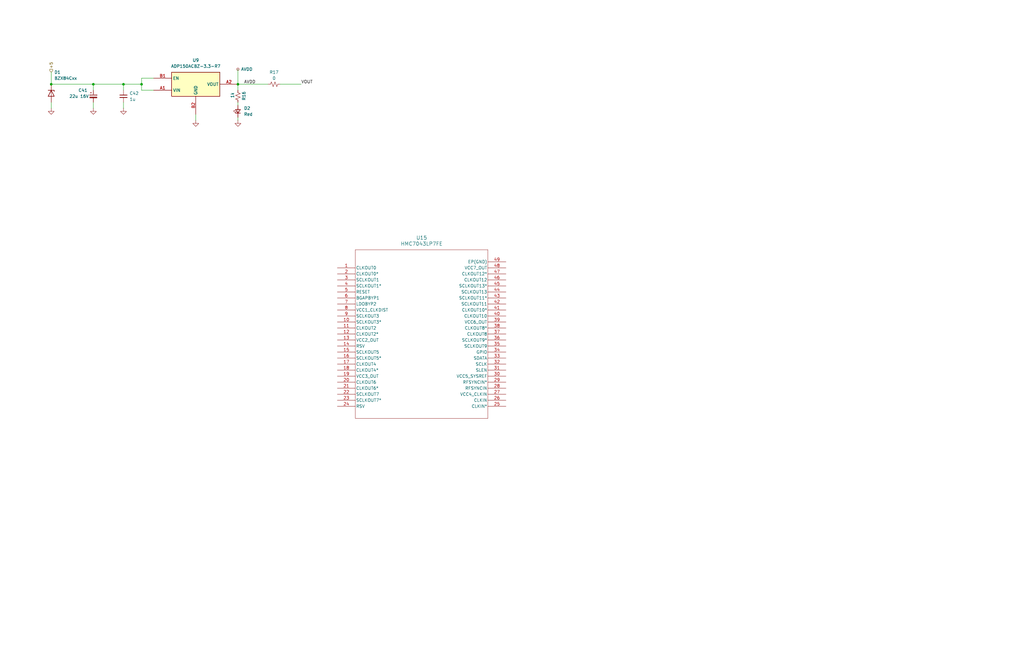
<source format=kicad_sch>
(kicad_sch (version 20250114) (generator "eeschema") (generator_version "9.0")
  (paper "B")
  (title_block (title "Clock Tree") (date "2025-12-31") (rev "0.0") (company "Andy McCann KA3KAF and Doug McCann KA3KAG"))
  (text "Lock Detect" (at 191.77 -67.31 0) (effects (font (size 1.27 1.27))))
  (junction (at 252.73 -143.51))
  (junction (at 166.37 -80.01))
  (junction (at 52.07 -39.37))
  (junction (at 158.75 -90.17))
  (junction (at 171.45 -19.05))
  (junction (at 39.37 35.56))
  (junction (at 21.59 -34.29))
  (junction (at 260.35 -125.73))
  (junction (at 85.09 -44.45))
  (junction (at 74.93 -77.47))
  (junction (at 204.47 -29.21))
  (junction (at 82.55 -67.31))
  (junction (at 229.87 -29.21))
  (junction (at 57.15 -34.29))
  (junction (at 138.43 -80.01))
  (junction (at 34.29 -87.63))
  (junction (at 260.35 -71.12))
  (junction (at 189.23 -90.17))
  (junction (at 158.75 -80.01))
  (junction (at 44.45 -44.45))
  (junction (at 92.71 -73.66))
  (junction (at 189.23 -80.01))
  (junction (at 260.35 -63.5))
  (junction (at 44.45 -67.31))
  (junction (at 260.35 -128.27))
  (junction (at 260.35 -66.04))
  (junction (at 252.73 -110.49))
  (junction (at 59.69 35.56))
  (junction (at 26.67 -87.63))
  (junction (at 229.87 -16.51))
  (junction (at 16.51 -52.07))
  (junction (at 100.33 35.56))
  (junction (at 171.45 -69.85))
  (junction (at 118.11 -90.17))
  (junction (at 52.07 35.56))
  (junction (at 273.05 -63.5))
  (junction (at 194.31 -8.89))
  (junction (at 21.59 35.56))
  (junction (at 16.51 -29.21))
  (junction (at 252.73 -48.26))
  (junction (at 252.73 -81.28))
  (junction (at 217.17 -16.51))
  (junction (at 118.11 -80.01))
  (junction (at 171.45 -8.89))
  (junction (at 92.71 -77.47))
  (junction (at 46.99 -67.31))
  (junction (at 78.74 -77.47))
  (junction (at 77.47 -39.37))
  (junction (at 62.23 -29.21))
  (junction (at 138.43 -90.17))
  (junction (at 194.31 -19.05))
  (junction (at 273.05 -125.73))
  (junction (at 217.17 -29.21))
  (junction (at 260.35 -133.35))
  (junction (at 189.23 -69.85))
  (junction (at 62.23 -67.31))
  (junction (at 69.85 -34.29))
  (no_connect (at 163.83 -24.13))
  (wire (pts (xy 21.59 43.18) (xy 21.59 45.72)))
  (wire (pts (xy 130.81 -74.93) (xy 130.81 -69.85)))
  (wire (pts (xy 92.71 -54.61) (xy 92.71 -73.66)))
  (wire (pts (xy 214.63 -39.37) (xy 214.63 -81.28)))
  (wire (pts (xy 26.67 -95.25) (xy 26.67 -92.71)))
  (wire (pts (xy 267.97 -55.88) (xy 273.05 -55.88)))
  (wire (pts (xy 44.45 -74.93) (xy 44.45 -67.31)))
  (wire (pts (xy 186.69 -80.01) (xy 189.23 -80.01)))
  (wire (pts (xy 227.33 -29.21) (xy 229.87 -29.21)))
  (wire (pts (xy 163.83 -19.05) (xy 171.45 -19.05)))
  (wire (pts (xy 87.63 -49.53) (xy 113.03 -49.53)))
  (wire (pts (xy 217.17 -16.51) (xy 229.87 -16.51)))
  (wire (pts (xy 82.55 -67.31) (xy 77.47 -67.31)))
  (wire (pts (xy 107.95 -80.01) (xy 110.49 -80.01)))
  (wire (pts (xy 107.95 -90.17) (xy 110.49 -90.17)))
  (wire (pts (xy 303.53 -81.28) (xy 303.53 -74.93)))
  (wire (pts (xy 34.29 -87.63) (xy 34.29 -85.09)))
  (wire (pts (xy 213.36 -44.45) (xy 213.36 -110.49)))
  (wire (pts (xy 262.89 -118.11) (xy 260.35 -118.11)))
  (wire (pts (xy 213.36 -110.49) (xy 240.03 -110.49)))
  (wire (pts (xy 44.45 -67.31) (xy 46.99 -67.31)))
  (wire (pts (xy 52.07 -39.37) (xy 52.07 -21.59)))
  (wire (pts (xy 163.83 -49.53) (xy 212.09 -49.53)))
  (wire (pts (xy 100.33 43.18) (xy 100.33 44.45)))
  (wire (pts (xy 92.71 -95.25) (xy 92.71 -88.9)))
  (wire (pts (xy 184.15 -11.43) (xy 194.31 -11.43)))
  (wire (pts (xy 146.05 -69.85) (xy 146.05 -74.93)))
  (wire (pts (xy 92.71 -83.82) (xy 92.71 -77.47)))
  (wire (pts (xy 252.73 -128.27) (xy 260.35 -128.27)))
  (wire (pts (xy 194.31 -11.43) (xy 194.31 -8.89)))
  (wire (pts (xy 222.25 -29.21) (xy 217.17 -29.21)))
  (wire (pts (xy 252.73 -130.81) (xy 252.73 -128.27)))
  (wire (pts (xy 278.13 -63.5) (xy 273.05 -63.5)))
  (wire (pts (xy 252.73 -55.88) (xy 252.73 -48.26)))
  (wire (pts (xy 138.43 -80.01) (xy 138.43 -90.17)))
  (wire (pts (xy 229.87 -29.21) (xy 229.87 -24.13)))
  (wire (pts (xy 59.69 35.56) (xy 59.69 33.02)))
  (wire (pts (xy 252.73 -123.19) (xy 252.73 -125.73)))
  (wire (pts (xy 77.47 -46.99) (xy 77.47 -39.37)))
  (wire (pts (xy 229.87 -19.05) (xy 229.87 -16.51)))
  (wire (pts (xy 273.05 -125.73) (xy 273.05 -133.35)))
  (wire (pts (xy 189.23 -69.85) (xy 191.77 -69.85)))
  (wire (pts (xy 252.73 -60.96) (xy 252.73 -63.5)))
  (wire (pts (xy 273.05 -71.12) (xy 267.97 -71.12)))
  (wire (pts (xy 46.99 -67.31) (xy 52.07 -67.31)))
  (wire (pts (xy 215.9 -34.29) (xy 215.9 -48.26)))
  (wire (pts (xy 16.51 -52.07) (xy 16.51 -46.99)))
  (wire (pts (xy 74.93 -77.47) (xy 73.66 -77.47)))
  (wire (pts (xy 158.75 -90.17) (xy 158.75 -95.25)))
  (wire (pts (xy 212.09 -143.51) (xy 240.03 -143.51)))
  (wire (pts (xy 278.13 -60.96) (xy 278.13 -63.5)))
  (wire (pts (xy 46.99 -67.31) (xy 46.99 -64.77)))
  (wire (pts (xy 87.63 -67.31) (xy 87.63 -49.53)))
  (wire (pts (xy 252.73 -48.26) (xy 280.67 -48.26)))
  (wire (pts (xy 6.35 -34.29) (xy 21.59 -34.29)))
  (wire (pts (xy 163.83 -26.67) (xy 199.39 -26.67)))
  (wire (pts (xy 252.73 -66.04) (xy 260.35 -66.04)))
  (wire (pts (xy 199.39 -90.17) (xy 201.93 -90.17)))
  (wire (pts (xy 39.37 43.18) (xy 39.37 45.72)))
  (wire (pts (xy 267.97 -118.11) (xy 273.05 -118.11)))
  (wire (pts (xy 52.07 -74.93) (xy 52.07 -87.63)))
  (wire (pts (xy 62.23 -46.99) (xy 62.23 -29.21)))
  (wire (pts (xy 69.85 -34.29) (xy 113.03 -34.29)))
  (wire (pts (xy 252.73 -118.11) (xy 252.73 -110.49)))
  (wire (pts (xy 41.91 -64.77) (xy 41.91 -62.23)))
  (wire (pts (xy 260.35 -63.5) (xy 262.89 -63.5)))
  (wire (pts (xy 217.17 -29.21) (xy 217.17 -26.67)))
  (wire (pts (xy 16.51 -29.21) (xy 62.23 -29.21)))
  (wire (pts (xy 179.07 -21.59) (xy 171.45 -21.59)))
  (wire (pts (xy 100.33 35.56) (xy 113.03 35.56)))
  (wire (pts (xy 128.27 -90.17) (xy 130.81 -90.17)))
  (wire (pts (xy 46.99 -87.63) (xy 34.29 -87.63)))
  (wire (pts (xy 110.49 -24.13) (xy 113.03 -24.13)))
  (wire (pts (xy 252.73 -68.58) (xy 252.73 -66.04)))
  (wire (pts (xy 92.71 -73.66) (xy 92.71 -77.47)))
  (wire (pts (xy 59.69 38.1) (xy 59.69 35.56)))
  (wire (pts (xy 285.75 -110.49) (xy 290.83 -110.49)))
  (wire (pts (xy 102.87 -68.58) (xy 102.87 -73.66)))
  (wire (pts (xy 21.59 30.48) (xy 21.59 35.56)))
  (wire (pts (xy 64.77 38.1) (xy 59.69 38.1)))
  (wire (pts (xy 130.81 -74.93) (xy 118.11 -74.93)))
  (wire (pts (xy 16.51 -54.61) (xy 16.51 -52.07)))
  (wire (pts (xy 252.73 -81.28) (xy 280.67 -81.28)))
  (wire (pts (xy 138.43 -90.17) (xy 138.43 -95.25)))
  (wire (pts (xy 163.83 -54.61) (xy 166.37 -54.61)))
  (wire (pts (xy 78.74 -77.47) (xy 74.93 -77.47)))
  (wire (pts (xy 194.31 -21.59) (xy 194.31 -19.05)))
  (wire (pts (xy 156.21 -80.01) (xy 158.75 -80.01)))
  (wire (pts (xy 156.21 -90.17) (xy 158.75 -90.17)))
  (wire (pts (xy 168.91 -13.97) (xy 168.91 -8.89)))
  (wire (pts (xy 148.59 -90.17) (xy 151.13 -90.17)))
  (wire (pts (xy 85.09 -46.99) (xy 85.09 -44.45)))
  (wire (pts (xy 204.47 -29.21) (xy 204.47 -24.13)))
  (wire (pts (xy 41.91 -67.31) (xy 44.45 -67.31)))
  (wire (pts (xy 189.23 -90.17) (xy 194.31 -90.17)))
  (wire (pts (xy 189.23 -80.01) (xy 189.23 -69.85)))
  (wire (pts (xy 102.87 -73.66) (xy 92.71 -73.66)))
  (wire (pts (xy 278.13 -123.19) (xy 278.13 -125.73)))
  (wire (pts (xy 118.11 35.56) (xy 127 35.56)))
  (wire (pts (xy 115.57 -80.01) (xy 118.11 -80.01)))
  (wire (pts (xy 176.53 -90.17) (xy 181.61 -90.17)))
  (wire (pts (xy 260.35 -125.73) (xy 262.89 -125.73)))
  (wire (pts (xy 196.85 -6.35) (xy 196.85 -8.89)))
  (wire (pts (xy 166.37 -80.01) (xy 181.61 -80.01)))
  (wire (pts (xy 199.39 -69.85) (xy 199.39 -67.31)))
  (wire (pts (xy 44.45 -74.93) (xy 46.99 -74.93)))
  (wire (pts (xy 252.73 -125.73) (xy 260.35 -125.73)))
  (wire (pts (xy 59.69 33.02) (xy 64.77 33.02)))
  (wire (pts (xy 260.35 -118.11) (xy 260.35 -125.73)))
  (wire (pts (xy 201.93 -90.17) (xy 201.93 -87.63)))
  (wire (pts (xy 303.53 -48.26) (xy 303.53 -45.72)))
  (wire (pts (xy 245.11 -143.51) (xy 252.73 -143.51)))
  (wire (pts (xy 214.63 -81.28) (xy 240.03 -81.28)))
  (wire (pts (xy 21.59 35.56) (xy 39.37 35.56)))
  (wire (pts (xy 295.91 -143.51) (xy 300.99 -143.51)))
  (wire (pts (xy 189.23 -90.17) (xy 189.23 -80.01)))
  (wire (pts (xy 245.11 -110.49) (xy 252.73 -110.49)))
  (wire (pts (xy 21.59 -52.07) (xy 16.51 -52.07)))
  (wire (pts (xy 54.61 -90.17) (xy 54.61 -87.63)))
  (wire (pts (xy 21.59 -34.29) (xy 57.15 -34.29)))
  (wire (pts (xy 252.73 -135.89) (xy 252.73 -143.51)))
  (wire (pts (xy 100.33 -19.05) (xy 113.03 -19.05)))
  (wire (pts (xy 196.85 -69.85) (xy 199.39 -69.85)))
  (wire (pts (xy 260.35 -76.2) (xy 260.35 -71.12)))
  (wire (pts (xy 163.83 -59.69) (xy 171.45 -59.69)))
  (wire (pts (xy 217.17 -16.51) (xy 204.47 -16.51)))
  (wire (pts (xy 57.15 -34.29) (xy 69.85 -34.29)))
  (wire (pts (xy 303.53 -102.87) (xy 303.53 -100.33)))
  (wire (pts (xy 62.23 -59.69) (xy 62.23 -62.23)))
  (wire (pts (xy 303.53 -40.64) (xy 303.53 -38.1)))
  (wire (pts (xy 215.9 -48.26) (xy 240.03 -48.26)))
  (wire (pts (xy 166.37 -87.63) (xy 166.37 -80.01)))
  (wire (pts (xy 176.53 -100.33) (xy 176.53 -90.17)))
  (wire (pts (xy 21.59 -46.99) (xy 21.59 -52.07)))
  (wire (pts (xy 237.49 -29.21) (xy 229.87 -29.21)))
  (wire (pts (xy 163.83 -34.29) (xy 215.9 -34.29)))
  (wire (pts (xy 69.85 -46.99) (xy 69.85 -34.29)))
  (wire (pts (xy 267.97 -63.5) (xy 273.05 -63.5)))
  (wire (pts (xy 260.35 -63.5) (xy 260.35 -66.04)))
  (wire (pts (xy 82.55 48.26) (xy 82.55 50.8)))
  (wire (pts (xy 252.73 -110.49) (xy 280.67 -110.49)))
  (wire (pts (xy 252.73 -63.5) (xy 260.35 -63.5)))
  (wire (pts (xy 196.85 -8.89) (xy 194.31 -8.89)))
  (wire (pts (xy 285.75 -81.28) (xy 290.83 -81.28)))
  (wire (pts (xy 100.33 29.21) (xy 100.33 35.56)))
  (wire (pts (xy 74.93 -90.17) (xy 74.93 -77.47)))
  (wire (pts (xy 148.59 -80.01) (xy 151.13 -80.01)))
  (wire (pts (xy 163.83 -39.37) (xy 214.63 -39.37)))
  (wire (pts (xy 171.45 -11.43) (xy 171.45 -8.89)))
  (wire (pts (xy 295.91 -48.26) (xy 303.53 -48.26)))
  (wire (pts (xy 100.33 49.53) (xy 100.33 50.8)))
  (wire (pts (xy 194.31 -8.89) (xy 194.31 -6.35)))
  (wire (pts (xy 199.39 -29.21) (xy 204.47 -29.21)))
  (wire (pts (xy 57.15 -16.51) (xy 57.15 -13.97)))
  (wire (pts (xy 295.91 -81.28) (xy 303.53 -81.28)))
  (wire (pts (xy 77.47 -39.37) (xy 52.07 -39.37)))
  (wire (pts (xy 260.35 -128.27) (xy 260.35 -133.35)))
  (wire (pts (xy 273.05 -63.5) (xy 273.05 -71.12)))
  (wire (pts (xy 6.35 -29.21) (xy 16.51 -29.21)))
  (wire (pts (xy 118.11 -90.17) (xy 118.11 -95.25)))
  (wire (pts (xy 273.05 -133.35) (xy 267.97 -133.35)))
  (wire (pts (xy 212.09 -49.53) (xy 212.09 -143.51)))
  (wire (pts (xy 295.91 -110.49) (xy 303.53 -110.49)))
  (wire (pts (xy 179.07 -11.43) (xy 171.45 -11.43)))
  (wire (pts (xy 158.75 -80.01) (xy 158.75 -90.17)))
  (wire (pts (xy 138.43 -80.01) (xy 138.43 -69.85)))
  (wire (pts (xy 303.53 -110.49) (xy 303.53 -107.95)))
  (wire (pts (xy 179.07 -16.51) (xy 171.45 -16.51)))
  (wire (pts (xy 166.37 -80.01) (xy 166.37 -54.61)))
  (wire (pts (xy 262.89 -55.88) (xy 260.35 -55.88)))
  (wire (pts (xy 52.07 43.18) (xy 52.07 45.72)))
  (wire (pts (xy 115.57 -90.17) (xy 118.11 -90.17)))
  (wire (pts (xy 92.71 -54.61) (xy 113.03 -54.61)))
  (wire (pts (xy 78.74 -77.47) (xy 92.71 -77.47)))
  (wire (pts (xy 85.09 -44.45) (xy 113.03 -44.45)))
  (wire (pts (xy 36.83 -44.45) (xy 44.45 -44.45)))
  (wire (pts (xy 196.85 -19.05) (xy 194.31 -19.05)))
  (wire (pts (xy 171.45 -59.69) (xy 171.45 -69.85)))
  (wire (pts (xy 163.83 -13.97) (xy 168.91 -13.97)))
  (wire (pts (xy 49.53 -90.17) (xy 54.61 -90.17)))
  (wire (pts (xy 260.35 -55.88) (xy 260.35 -63.5)))
  (wire (pts (xy 135.89 -80.01) (xy 138.43 -80.01)))
  (wire (pts (xy 267.97 -125.73) (xy 273.05 -125.73)))
  (wire (pts (xy 26.67 -87.63) (xy 26.67 -85.09)))
  (wire (pts (xy 135.89 -90.17) (xy 138.43 -90.17)))
  (wire (pts (xy 128.27 -80.01) (xy 130.81 -80.01)))
  (wire (pts (xy 285.75 -143.51) (xy 290.83 -143.51)))
  (wire (pts (xy 171.45 -19.05) (xy 171.45 -21.59)))
  (wire (pts (xy 252.73 -73.66) (xy 252.73 -81.28)))
  (wire (pts (xy 260.35 -71.12) (xy 262.89 -71.12)))
  (wire (pts (xy 52.07 35.56) (xy 59.69 35.56)))
  (wire (pts (xy 171.45 -8.89) (xy 171.45 -6.35)))
  (wire (pts (xy 245.11 -48.26) (xy 252.73 -48.26)))
  (wire (pts (xy 303.53 -69.85) (xy 303.53 -67.31)))
  (wire (pts (xy 158.75 -80.01) (xy 158.75 -74.93)))
  (wire (pts (xy 62.23 -29.21) (xy 113.03 -29.21)))
  (wire (pts (xy 39.37 35.56) (xy 52.07 35.56)))
  (wire (pts (xy 118.11 -80.01) (xy 118.11 -90.17)))
  (wire (pts (xy 82.55 -62.23) (xy 82.55 -67.31)))
  (wire (pts (xy 57.15 -67.31) (xy 62.23 -67.31)))
  (wire (pts (xy 44.45 -44.45) (xy 85.09 -44.45)))
  (wire (pts (xy 260.35 -138.43) (xy 260.35 -133.35)))
  (wire (pts (xy 199.39 -29.21) (xy 199.39 -26.67)))
  (wire (pts (xy 184.15 -21.59) (xy 194.31 -21.59)))
  (wire (pts (xy 171.45 -69.85) (xy 181.61 -69.85)))
  (wire (pts (xy 171.45 -105.41) (xy 171.45 -69.85)))
  (wire (pts (xy 102.87 -63.5) (xy 102.87 -60.96)))
  (wire (pts (xy 260.35 -66.04) (xy 260.35 -71.12)))
  (wire (pts (xy 57.15 -34.29) (xy 57.15 -21.59)))
  (wire (pts (xy 44.45 -16.51) (xy 44.45 -13.97)))
  (wire (pts (xy 21.59 -41.91) (xy 21.59 -34.29)))
  (wire (pts (xy 118.11 -80.01) (xy 118.11 -74.93)))
  (wire (pts (xy 62.23 -67.31) (xy 72.39 -67.31)))
  (wire (pts (xy 273.05 -55.88) (xy 273.05 -63.5)))
  (wire (pts (xy 171.45 -8.89) (xy 168.91 -8.89)))
  (wire (pts (xy 273.05 -118.11) (xy 273.05 -125.73)))
  (wire (pts (xy 278.13 -125.73) (xy 273.05 -125.73)))
  (wire (pts (xy 163.83 -29.21) (xy 163.83 -26.67)))
  (wire (pts (xy 36.83 -39.37) (xy 52.07 -39.37)))
  (wire (pts (xy 146.05 -74.93) (xy 158.75 -74.93)))
  (wire (pts (xy 186.69 -69.85) (xy 189.23 -69.85)))
  (wire (pts (xy 252.73 -143.51) (xy 280.67 -143.51)))
  (wire (pts (xy 194.31 -6.35) (xy 184.15 -6.35)))
  (wire (pts (xy 171.45 -19.05) (xy 171.45 -16.51)))
  (wire (pts (xy 204.47 -29.21) (xy 217.17 -29.21)))
  (wire (pts (xy 44.45 -44.45) (xy 44.45 -21.59)))
  (wire (pts (xy 87.63 -67.31) (xy 82.55 -67.31)))
  (wire (pts (xy 113.03 -39.37) (xy 77.47 -39.37)))
  (wire (pts (xy 260.35 -133.35) (xy 262.89 -133.35)))
  (wire (pts (xy 16.51 -41.91) (xy 16.51 -29.21)))
  (wire (pts (xy 52.07 38.1) (xy 52.07 35.56)))
  (wire (pts (xy 34.29 -87.63) (xy 26.67 -87.63)))
  (wire (pts (xy 204.47 -19.05) (xy 204.47 -16.51)))
  (wire (pts (xy 179.07 -6.35) (xy 171.45 -6.35)))
  (wire (pts (xy 260.35 -125.73) (xy 260.35 -128.27)))
  (wire (pts (xy 194.31 -19.05) (xy 194.31 -16.51)))
  (wire (pts (xy 49.53 -85.09) (xy 49.53 -82.55)))
  (wire (pts (xy 163.83 -44.45) (xy 213.36 -44.45)))
  (wire (pts (xy 39.37 38.1) (xy 39.37 35.56)))
  (wire (pts (xy 186.69 -90.17) (xy 189.23 -90.17)))
  (wire (pts (xy 100.33 35.56) (xy 100.33 38.1)))
  (wire (pts (xy 78.74 -81.28) (xy 78.74 -77.47)))
  (wire (pts (xy 194.31 -16.51) (xy 184.15 -16.51)))
  (wire (pts (xy 245.11 -81.28) (xy 252.73 -81.28)))
  (wire (pts (xy 285.75 -48.26) (xy 290.83 -48.26)))
  (wire (pts (xy 52.07 -16.51) (xy 52.07 -13.97)))
  (label "AVDD" (at 16.51 -54.61 90))
  (label "VOUT" (at 260.35 -76.2 0))
  (label "VTune" (at 237.49 -29.21 180))
  (label "VOUT" (at 260.35 -138.43 0))
  (label "AVDD" (at 92.71 -95.25 90))
  (label "AVDD" (at 118.11 -95.25 90))
  (label "VOUT" (at 127 35.56 0))
  (label "AVDD" (at 26.67 -95.25 90))
  (label "AVDD" (at 138.43 -95.25 90))
  (label "AVDD" (at 176.53 -100.33 0))
  (label "VRef" (at 87.63 -62.23 0))
  (label "AVDD" (at 158.75 -95.25 90))
  (label "VTune" (at 110.49 -24.13 180))
  (label "AVDD" (at 102.87 35.56 0))
  (hierarchical_label "SPI1_CE1" (shape bidirectional) (at 6.35 -29.21 180))
  (hierarchical_label "SPI1_SCLK" (shape bidirectional) (at 36.83 -44.45 180))
  (hierarchical_label "LO-R" (shape output) (at 300.99 -143.51 0))
  (hierarchical_label "RPi-PDRF" (shape input) (at 74.93 -90.17 90))
  (hierarchical_label "LO-T" (shape output) (at 303.53 -110.49 0))
  (hierarchical_label "+5" (shape input) (at 21.59 30.48 90))
  (hierarchical_label "SPI1_MISO" (shape bidirectional) (at 6.35 -34.29 180))
  (hierarchical_label "SPI1_MOSI" (shape bidirectional) (at 36.83 -39.37 180))
  (symbol (lib_id "power:GND") (at 41.91 -62.23 0) (unit 1)
    (property "Reference" "#PWR084" (effects (hide yes)))
    (property "Value" "GND" (effects (hide yes)))
    (property "Description" "Power symbol creates a global label with name \"GND\" , ground" (effects (hide yes)))
  )
  (symbol (lib_id "Device:C_Small") (at 181.61 -6.35 270) (mirror x) (unit 1)
    (property "Reference" "C57" (at 185.42 -7.62 90))
    (property "Value" "0.1u" (at 177.8 -7.62 90))
    (property "Description" "Unpolarized capacitor, small symbol" (effects (hide yes)))
  )
  (symbol (lib_id "Device:C_Small") (at 181.61 -16.51 270) (mirror x) (unit 1)
    (property "Reference" "C55" (at 185.42 -17.78 90))
    (property "Value" "0.1u" (at 177.8 -17.78 90))
    (property "Description" "Unpolarized capacitor, small symbol" (effects (hide yes)))
  )
  (symbol (lib_id "power:GND") (at 196.85 -6.35 0) (mirror y) (unit 1)
    (property "Reference" "#PWR0100" (effects (hide yes)))
    (property "Value" "GND" (at 196.85 -1.27 0))
    (property "Description" "Power symbol creates a global label with name \"GND\" , ground" (effects (hide yes)))
  )
  (symbol (lib_id "Connector:TestPoint_Small") (at 77.47 -46.99 270) (unit 1) (exclude_from_sim yes)
    (property "Reference" "TP6" (effects (hide yes)))
    (property "Value" "DATA" (at 78.74 -46.9901 90) (effects (justify left)))
    (property "Description" "test point" (effects (hide yes)))
  )
  (symbol (lib_id "Device:C_Small") (at 133.35 -90.17 270) (mirror x) (unit 1)
    (property "Reference" "C50" (at 133.35 -95.25 90))
    (property "Value" "0.1u" (at 133.35 -93.345 90))
    (property "Description" "Unpolarized capacitor, small symbol" (effects (hide yes)))
  )
  (symbol (lib_id "Device:C_Small") (at 26.67 -82.55 0) (unit 1)
    (property "Reference" "C44" (at 19.05 -83.82 0) (effects (justify left)))
    (property "Value" "1u" (at 21.59 -81.28 0) (effects (justify left)))
    (property "Description" "Unpolarized capacitor, small symbol" (effects (hide yes)))
  )
  (symbol (lib_id "Device:C_Small") (at 34.29 -82.55 0) (unit 1)
    (property "Reference" "C45" (at 36.83 -83.8138 0) (effects (justify left)))
    (property "Value" "100p" (at 36.83 -81.2738 0) (effects (justify left)))
    (property "Description" "Unpolarized capacitor, small symbol" (effects (hide yes)))
  )
  (symbol (lib_id "Device:R_Small_US") (at 184.15 -90.17 90) (unit 1) (dnp yes)
    (property "Reference" "R28" (at 184.15 -96.52 90))
    (property "Value" "R_Small_US" (at 184.15 -93.98 90))
    (property "Description" "Resistor, small US symbol" (effects (hide yes)))
  )
  (symbol (lib_id "Device:C_Small") (at 265.43 -63.5 90) (unit 1)
    (property "Reference" "C65" (at 267.97 -66.04 90))
    (property "Value" "1u" (at 267.97 -60.96 90))
    (property "Description" "Unpolarized capacitor, small symbol" (effects (hide yes)))
  )
  (symbol (lib_id "Device:C_Small") (at 283.21 -81.28 90) (unit 1)
    (property "Reference" "C69" (at 283.2163 -87.63 90))
    (property "Value" "1n" (at 283.2163 -85.09 90))
    (property "Description" "Unpolarized capacitor, small symbol" (effects (hide yes)))
  )
  (symbol (lib_id "hf-transceiver:ADF4351BCPZ") (at 138.43 -36.83 0) (unit 1) (exclude_from_sim yes)
    (property "Reference" "U21" (at 138.43 -50.8 0) (effects (font (size 1.524 1.524))))
    (property "Value" "ADF4351BCPZ" (at 138.43 -47.625 0) (effects (font (size 1.524 1.524))))
    (property "Footprint" "hf-transceiver:CP-32-7_ADI" (effects (hide yes)))
    (property "Datasheet" "https://www.analog.com/en/products/adf4351.html#part-details" (effects (hide yes)))
  )
  (symbol (lib_id "Device:C_Small") (at 265.43 -55.88 90) (unit 1)
    (property "Reference" "C66" (at 267.97 -58.42 90))
    (property "Value" "120p" (at 267.97 -53.34 90))
    (property "Description" "Unpolarized capacitor, small symbol" (effects (hide yes)))
  )
  (symbol (lib_id "Connector:TestPoint_Small") (at 69.85 -46.99 270) (unit 1) (exclude_from_sim yes)
    (property "Reference" "TP5" (effects (hide yes)))
    (property "Value" "LE" (at 71.12 -46.9901 90) (effects (justify left)))
    (property "Description" "test point" (effects (hide yes)))
  )
  (symbol (lib_id "Device:R_Small_US") (at 242.57 -48.26 90) (unit 1)
    (property "Reference" "R37" (at 242.57 -54.61 90))
    (property "Value" "0" (at 242.57 -52.07 90))
    (property "Description" "Resistor, small US symbol" (effects (hide yes)))
  )
  (symbol (lib_id "power:GND") (at 44.45 -13.97 0) (unit 1)
    (property "Reference" "#PWR085" (effects (hide yes)))
    (property "Value" "GND" (at 46.99 -12.7001 0) (effects (justify left)))
    (property "Description" "Power symbol creates a global label with name \"GND\" , ground" (effects (hide yes)))
  )
  (symbol (lib_id "Connector:TestPoint_Small") (at 82.55 -62.23 270) (unit 1) (exclude_from_sim yes)
    (property "Reference" "TP8" (effects (hide yes)))
    (property "Value" "T2" (at 83.82 -62.2301 90) (effects (justify left)))
    (property "Description" "test point" (effects (hide yes)))
  )
  (symbol (lib_id "Device:R_Small_US") (at 224.79 -29.21 90) (unit 1)
    (property "Reference" "R33" (at 224.79 -34.29 90))
    (property "Value" "680" (at 224.79 -31.75 90))
    (property "Description" "Resistor, small US symbol" (effects (hide yes)))
  )
  (symbol (lib_id "Device:C_Small") (at 74.93 -67.31 90) (unit 1)
    (property "Reference" "C47" (at 74.93 -69.85 90))
    (property "Value" "1n" (at 78.74 -68.58 90))
    (property "Description" "Unpolarized capacitor, small symbol" (effects (hide yes)))
  )
  (symbol (lib_id "Device:R_Small_US") (at 242.57 -81.28 90) (unit 1)
    (property "Reference" "R36" (at 242.57 -87.63 90))
    (property "Value" "0" (at 242.57 -85.09 90))
    (property "Description" "Resistor, small US symbol" (effects (hide yes)))
  )
  (symbol (lib_id "Connector:Conn_01x01_Pin") (at 68.58 -77.47 0) (unit 1)
    (property "Reference" "J35" (at 69.215 -82.55 0))
    (property "Value" "RPi" (at 69.215 -80.01 0))
    (property "Description" "Generic connector, single row, 01x01, script generated" (effects (hide yes)))
  )
  (symbol (lib_id "Device:C_Small") (at 153.67 -80.01 270) (mirror x) (unit 1)
    (property "Reference" "C53" (at 153.67 -85.09 90))
    (property "Value" "10p" (at 153.67 -83.185 90))
    (property "Description" "Unpolarized capacitor, small symbol" (effects (hide yes)))
  )
  (symbol (lib_id "Device:C_Polarized_Small") (at 39.37 40.64 0) (unit 1) (exclude_from_sim yes)
    (property "Reference" "C41" (at 33.02 38.1 0) (effects (justify left)))
    (property "Value" "22u 16V" (at 29.21 40.64 0) (effects (justify left)))
    (property "Description" "Polarized capacitor, small symbol" (effects (hide yes)))
  )
  (symbol (lib_id "Device:R_Small_US") (at 184.15 -80.01 90) (unit 1)
    (property "Reference" "R29" (at 184.15 -86.36 90))
    (property "Value" "100" (at 184.15 -83.82 90))
    (property "Description" "Resistor, small US symbol" (effects (hide yes)))
  )
  (symbol (lib_id "Device:C_Small") (at 204.47 -21.59 180) (unit 1)
    (property "Reference" "C58" (at 208.28 -22.86 0))
    (property "Value" "2700p" (at 208.28 -20.32 0))
    (property "Description" "Unpolarized capacitor, small symbol" (effects (hide yes)))
  )
  (symbol (lib_id "Device:R_Small_US") (at 97.79 -19.05 90) (unit 1)
    (property "Reference" "R26" (at 97.79 -24.13 90))
    (property "Value" "4.7k" (at 97.79 -21.59 90))
    (property "Description" "Resistor, small US symbol" (effects (hide yes)))
  )
  (symbol (lib_id "Device:L_Small") (at 293.37 -81.28 90) (unit 1)
    (property "Reference" "L?" (at 293.37 -86.36 90))
    (property "Value" "1.9n" (at 293.37 -83.82 90))
    (property "Description" "Inductor, small symbol" (effects (hide yes)))
  )
  (symbol (lib_id "Connector:Conn_01x02_Pin") (at 36.83 -67.31 0) (unit 1) (exclude_from_sim yes)
    (property "Reference" "J34" (at 33.02 -67.31 0))
    (property "Value" "Alt RF-In" (at 30.48 -64.77 0))
    (property "Description" "Generic connector, single row, 01x02, script generated" (effects (hide yes)))
  )
  (symbol (lib_id "Connector:TestPoint_Small") (at 100.33 29.21 270) (unit 1) (exclude_from_sim yes)
    (property "Reference" "TP1" (effects (hide yes)))
    (property "Value" "AVDD" (at 101.6 29.2099 90) (effects (justify left)))
    (property "Description" "test point" (effects (hide yes)))
  )
  (symbol (lib_id "power:GND") (at 82.55 50.8 0) (unit 1)
    (property "Reference" "#PWR079" (effects (hide yes)))
    (property "Value" "GND" (effects (hide yes)))
    (property "Description" "Power symbol creates a global label with name \"GND\" , ground" (effects (hide yes)))
  )
  (symbol (lib_id "Device:C_Small") (at 181.61 -21.59 270) (mirror x) (unit 1)
    (property "Reference" "C54" (at 185.42 -22.86 90))
    (property "Value" "10p" (at 177.8 -22.86 90))
    (property "Description" "Unpolarized capacitor, small symbol" (effects (hide yes)))
  )
  (symbol (lib_id "Device:R_Small_US") (at 62.23 -64.77 180) (unit 1) (dnp yes)
    (property "Reference" "R24" (at 58.42 -64.77 0))
    (property "Value" "51" (at 58.42 -62.23 0))
    (property "Description" "Resistor, small US symbol" (effects (hide yes)))
  )
  (symbol (lib_id "Device:L_Ferrite_Small") (at 26.67 -90.17 180) (unit 1) (exclude_from_sim yes)
    (property "Reference" "L?" (at 27.94 -91.4401 0) (effects (justify right)))
    (property "Value" "Ferrite Beads" (at 27.94 -88.9001 0) (effects (justify right)))
    (property "Description" "Inductor with ferrite core, small symbol" (effects (hide yes)))
  )
  (symbol (lib_id "power:GND") (at 107.95 -80.01 270) (mirror x) (unit 1)
    (property "Reference" "#PWR094" (effects (hide yes)))
    (property "Value" "GND" (at 102.87 -80.01 0))
    (property "Description" "Power symbol creates a global label with name \"GND\" , ground" (effects (hide yes)))
  )
  (symbol (lib_id "power:GND") (at 57.15 -13.97 0) (unit 1)
    (property "Reference" "#PWR089" (effects (hide yes)))
    (property "Value" "GND" (at 59.69 -12.7001 0) (effects (justify left)))
    (property "Description" "Power symbol creates a global label with name \"GND\" , ground" (effects (hide yes)))
  )
  (symbol (lib_id "power:GND") (at 128.27 -90.17 270) (mirror x) (unit 1)
    (property "Reference" "#PWR095" (effects (hide yes)))
    (property "Value" "GND" (at 123.19 -90.17 0))
    (property "Description" "Power symbol creates a global label with name \"GND\" , ground" (effects (hide yes)))
  )
  (symbol (lib_id "power:GND") (at 278.13 -60.96 0) (unit 1)
    (property "Reference" "#PWR0105" (effects (hide yes)))
    (property "Value" "GND" (at 280.67 -59.6901 0) (effects (justify left)))
    (property "Description" "Power symbol creates a global label with name \"GND\" , ground" (effects (hide yes)))
  )
  (symbol (lib_id "Connector:TestPoint_Small") (at 171.45 -105.41 90) (unit 1) (exclude_from_sim yes)
    (property "Reference" "TP11" (at 171.45 -110.49 90))
    (property "Value" "MUXOUT" (at 171.45 -107.95 90))
    (property "Description" "test point" (effects (hide yes)))
  )
  (symbol (lib_id "Device:C_Small") (at 217.17 -24.13 180) (unit 1)
    (property "Reference" "C59" (at 220.98 -25.4 0))
    (property "Value" "39n" (at 220.98 -22.86 0))
    (property "Description" "Unpolarized capacitor, small symbol" (effects (hide yes)))
  )
  (symbol (lib_id "HMC7043:HMC7043LP7FE") (at 142.24 113.03 0) (unit 1)
    (property "Reference" "U15" (at 177.8 100.33 0) (effects (font (size 1.524 1.524))))
    (property "Value" "HMC7043LP7FE" (at 177.8 102.87 0) (effects (font (size 1.524 1.524))))
    (property "Footprint" "HCP_48_1_ADI" (effects (hide yes)))
    (property "Datasheet" "https://www.analog.com/media/en/technical-documentation/data-sheets/HMC7043.pdf" (effects (hide yes)))
  )
  (symbol (lib_id "power:GND") (at 229.87 -16.51 0) (unit 1)
    (property "Reference" "#PWR0103" (effects (hide yes)))
    (property "Value" "GND" (at 232.41 -15.2401 0) (effects (justify left)))
    (property "Description" "Power symbol creates a global label with name \"GND\" , ground" (effects (hide yes)))
  )
  (symbol (lib_id "power:GND") (at 128.27 -80.01 270) (mirror x) (unit 1)
    (property "Reference" "#PWR096" (effects (hide yes)))
    (property "Value" "GND" (at 123.19 -80.01 0))
    (property "Description" "Power symbol creates a global label with name \"GND\" , ground" (effects (hide yes)))
  )
  (symbol (lib_id "Device:R_Small_US") (at 303.53 -72.39 0) (unit 1)
    (property "Reference" "R39" (at 306.07 -73.6601 0) (effects (justify left)))
    (property "Value" "50" (at 306.07 -71.1201 0) (effects (justify left)))
    (property "Description" "Resistor, small US symbol" (effects (hide yes)))
  )
  (symbol (lib_id "Device:C_Small") (at 181.61 -11.43 270) (mirror x) (unit 1)
    (property "Reference" "C56" (at 185.42 -12.7 90))
    (property "Value" "10p" (at 177.8 -12.7 90))
    (property "Description" "Unpolarized capacitor, small symbol" (effects (hide yes)))
  )
  (symbol (lib_id "power:GND") (at 148.59 -80.01 270) (mirror x) (unit 1)
    (property "Reference" "#PWR098" (effects (hide yes)))
    (property "Value" "GND" (at 143.51 -80.01 0))
    (property "Description" "Power symbol creates a global label with name \"GND\" , ground" (effects (hide yes)))
  )
  (symbol (lib_id "Device:R_Small_US") (at 49.53 -74.93 270) (unit 1)
    (property "Reference" "R21" (at 49.53 -80.01 90))
    (property "Value" "0" (at 49.53 -77.47 90))
    (property "Description" "Resistor, small US symbol" (effects (hide yes)))
  )
  (symbol (lib_id "Device:R_Small_US") (at 184.15 -69.85 90) (unit 1) (dnp yes)
    (property "Reference" "R30" (at 184.15 -76.2 90))
    (property "Value" "R_Small_US" (at 184.15 -73.66 90))
    (property "Description" "Resistor, small US symbol" (effects (hide yes)))
  )
  (symbol (lib_id "power:GND") (at 303.53 -67.31 0) (unit 1)
    (property "Reference" "#PWR0107" (effects (hide yes)))
    (property "Value" "GND" (at 306.07 -66.0401 0) (effects (justify left)))
    (property "Description" "Power symbol creates a global label with name \"GND\" , ground" (effects (hide yes)))
  )
  (symbol (lib_id "Device:L_Small") (at 252.73 -120.65 180) (unit 1)
    (property "Reference" "L?" (at 254 -121.9201 0) (effects (justify right)))
    (property "Value" "7.5n" (at 254 -119.3801 0) (effects (justify right)))
    (property "Description" "Inductor, small symbol" (effects (hide yes)))
  )
  (symbol (lib_id "power:GND") (at 196.85 -19.05 0) (mirror y) (unit 1)
    (property "Reference" "#PWR099" (effects (hide yes)))
    (property "Value" "GND" (at 199.39 -17.7801 0) (effects (justify right)))
    (property "Description" "Power symbol creates a global label with name \"GND\" , ground" (effects (hide yes)))
  )
  (symbol (lib_id "hf-transceiver:ADP150ACBZ-3.3-R7") (at 82.55 35.56 0) (unit 1) (exclude_from_sim yes)
    (property "Reference" "U9" (at 82.55 25.4 0))
    (property "Value" "ADP150ACBZ-3.3-R7" (at 82.55 27.94 0))
    (property "Footprint" "hf-transceiver:CB_4_3_ADI" (effects (hide yes)))
    (property "Datasheet" "https://www.analog.com/media/en/technical-documentation/data-sheets/adp150.pdf" (effects (hide yes)))
  )
  (symbol (lib_id "Device:C_Small") (at 283.21 -48.26 90) (unit 1)
    (property "Reference" "C70" (at 283.2163 -54.61 90))
    (property "Value" "1n" (at 283.2163 -52.07 90))
    (property "Description" "Unpolarized capacitor, small symbol" (effects (hide yes)))
  )
  (symbol (lib_id "power:GND") (at 49.53 -82.55 0) (unit 1)
    (property "Reference" "#PWR086" (effects (hide yes)))
    (property "Value" "GND" (effects (hide yes)))
    (property "Description" "Power symbol creates a global label with name \"GND\" , ground" (effects (hide yes)))
  )
  (symbol (lib_id "power:GND") (at 148.59 -90.17 270) (mirror x) (unit 1)
    (property "Reference" "#PWR097" (effects (hide yes)))
    (property "Value" "GND" (at 143.51 -90.17 0))
    (property "Description" "Power symbol creates a global label with name \"GND\" , ground" (effects (hide yes)))
  )
  (symbol (lib_id "Device:L_Small") (at 293.37 -48.26 90) (unit 1)
    (property "Reference" "L?" (at 293.37 -53.34 90))
    (property "Value" "1.9n" (at 293.37 -50.8 90))
    (property "Description" "Inductor, small symbol" (effects (hide yes)))
  )
  (symbol (lib_id "Device:R_Small_US") (at 303.53 -105.41 0) (unit 1)
    (property "Reference" "R38" (at 306.07 -106.6801 0) (effects (justify left)))
    (property "Value" "50" (at 306.07 -104.1401 0) (effects (justify left)))
    (property "Description" "Resistor, small US symbol" (effects (hide yes)))
  )
  (symbol (lib_id "power:GND") (at 107.95 -90.17 270) (mirror x) (unit 1)
    (property "Reference" "#PWR093" (effects (hide yes)))
    (property "Value" "GND" (at 102.87 -90.17 0))
    (property "Description" "Power symbol creates a global label with name \"GND\" , ground" (effects (hide yes)))
  )
  (symbol (lib_id "Device:LED_Small") (at 100.33 46.99 90) (unit 1) (exclude_from_sim yes)
    (property "Reference" "D2" (at 102.87 45.6564 90) (effects (justify right)))
    (property "Value" "Red" (at 102.87 48.1964 90) (effects (justify right)))
    (property "Description" "Light emitting diode, small symbol" (effects (hide yes)))
  )
  (symbol (lib_id "Device:R_Small_US") (at 102.87 -66.04 0) (unit 1) (dnp yes)
    (property "Reference" "R27" (at 101.6 -67.31 90) (effects (justify left)))
    (property "Value" "DNI" (at 101.6 -60.96 90) (effects (justify left)))
    (property "Description" "Resistor, small US symbol" (effects (hide yes)))
  )
  (symbol (lib_id "Device:R_Small_US") (at 217.17 -19.05 180) (unit 1)
    (property "Reference" "R32" (at 220.98 -20.32 0))
    (property "Value" "360" (at 220.98 -17.78 0))
    (property "Description" "Resistor, small US symbol" (effects (hide yes)))
  )
  (symbol (lib_id "power:GND") (at 95.25 -19.05 0) (unit 1)
    (property "Reference" "#PWR091" (effects (hide yes)))
    (property "Value" "GND" (at 97.79 -17.7801 0) (effects (justify left)))
    (property "Description" "Power symbol creates a global label with name \"GND\" , ground" (effects (hide yes)))
  )
  (symbol (lib_id "Device:C_Small") (at 113.03 -90.17 270) (mirror x) (unit 1)
    (property "Reference" "C48" (at 113.03 -95.25 90))
    (property "Value" "0.1u" (at 113.03 -93.345 90))
    (property "Description" "Unpolarized capacitor, small symbol" (effects (hide yes)))
  )
  (symbol (lib_id "Connector:TestPoint_Small") (at 166.37 -87.63 90) (unit 1) (exclude_from_sim yes)
    (property "Reference" "TP10" (at 166.37 -92.71 90))
    (property "Value" "LD" (at 166.37 -90.17 90))
    (property "Description" "test point" (effects (hide yes)))
  )
  (symbol (lib_id "Connector:TestPoint_Small") (at 85.09 -46.99 270) (unit 1) (exclude_from_sim yes)
    (property "Reference" "TP9" (effects (hide yes)))
    (property "Value" "CLK" (at 86.36 -46.9901 90) (effects (justify left)))
    (property "Description" "test point" (effects (hide yes)))
  )
  (symbol (lib_id "Connector:TestPoint_Small") (at 62.23 -46.99 270) (unit 1) (exclude_from_sim yes)
    (property "Reference" "TP4" (effects (hide yes)))
    (property "Value" "CE" (at 63.5 -46.9901 90) (effects (justify left)))
    (property "Description" "test point" (effects (hide yes)))
  )
  (symbol (lib_id "power:GND") (at 278.13 -123.19 0) (unit 1)
    (property "Reference" "#PWR0104" (effects (hide yes)))
    (property "Value" "GND" (at 280.67 -121.9201 0) (effects (justify left)))
    (property "Description" "Power symbol creates a global label with name \"GND\" , ground" (effects (hide yes)))
  )
  (symbol (lib_id "Device:C_Small") (at 265.43 -125.73 90) (unit 1)
    (property "Reference" "C62" (at 267.97 -128.27 90))
    (property "Value" "1u" (at 267.97 -123.19 90))
    (property "Description" "Unpolarized capacitor, small symbol" (effects (hide yes)))
  )
  (symbol (lib_id "Device:R_Small_US") (at 21.59 -44.45 0) (unit 1) (dnp yes)
    (property "Reference" "R19" (at 20.32 -45.72 90) (effects (justify left)))
    (property "Value" "10k" (at 20.32 -39.37 90) (effects (justify left)))
    (property "Description" "Resistor, small US symbol" (effects (hide yes)))
  )
  (symbol (lib_id "power:GND") (at 100.33 50.8 0) (unit 1)
    (property "Reference" "#PWR081" (effects (hide yes)))
    (property "Value" "GND" (effects (hide yes)))
    (property "Description" "Power symbol creates a global label with name \"GND\" , ground" (effects (hide yes)))
  )
  (symbol (lib_id "Device:R_Small_US") (at 100.33 40.64 0) (unit 1)
    (property "Reference" "R16" (at 102.87 42.418 90) (effects (justify left)))
    (property "Value" "1k" (at 98.044 41.402 90) (effects (justify left)))
    (property "Description" "Resistor, small US symbol" (effects (hide yes)))
  )
  (symbol (lib_id "power:GND") (at 303.53 -38.1 0) (unit 1)
    (property "Reference" "#PWR0108" (effects (hide yes)))
    (property "Value" "GND" (at 306.07 -36.8301 0) (effects (justify left)))
    (property "Description" "Power symbol creates a global label with name \"GND\" , ground" (effects (hide yes)))
  )
  (symbol (lib_id "Device:R_Small_US") (at 57.15 -19.05 0) (unit 1)
    (property "Reference" "R23" (at 55.88 -20.32 90) (effects (justify left)))
    (property "Value" "10k" (at 55.88 -13.97 90) (effects (justify left)))
    (property "Description" "Resistor, small US symbol" (effects (hide yes)))
  )
  (symbol (lib_id "Device:C_Small") (at 52.07 40.64 0) (unit 1)
    (property "Reference" "C42" (at 54.61 39.3762 0) (effects (justify left)))
    (property "Value" "1u" (at 54.61 41.9162 0) (effects (justify left)))
    (property "Description" "Unpolarized capacitor, small symbol" (effects (hide yes)))
  )
  (symbol (lib_id "Device:C_Small") (at 283.21 -110.49 90) (unit 1)
    (property "Reference" "C68" (at 283.2163 -116.84 90))
    (property "Value" "1n" (at 283.2163 -114.3 90))
    (property "Description" "Unpolarized capacitor, small symbol" (effects (hide yes)))
  )
  (symbol (lib_id "Device:C_Small") (at 265.43 -71.12 90) (unit 1)
    (property "Reference" "C64" (at 267.97 -73.66 90))
    (property "Value" "120p" (at 267.97 -68.58 90))
    (property "Description" "Unpolarized capacitor, small symbol" (effects (hide yes)))
  )
  (symbol (lib_id "power:GND") (at 26.67 -80.01 0) (unit 1)
    (property "Reference" "#PWR082" (effects (hide yes)))
    (property "Value" "GND" (effects (hide yes)))
    (property "Description" "Power symbol creates a global label with name \"GND\" , ground" (effects (hide yes)))
  )
  (symbol (lib_id "Device:C_Small") (at 153.67 -90.17 270) (mirror x) (unit 1)
    (property "Reference" "C52" (at 153.67 -95.25 90))
    (property "Value" "0.1u" (at 153.67 -93.345 90))
    (property "Description" "Unpolarized capacitor, small symbol" (effects (hide yes)))
  )
  (symbol (lib_id "Device:R_Small_US") (at 16.51 -44.45 0) (unit 1)
    (property "Reference" "R18" (at 15.24 -45.72 90) (effects (justify left)))
    (property "Value" "10k" (at 15.24 -39.37 90) (effects (justify left)))
    (property "Description" "Resistor, small US symbol" (effects (hide yes)))
  )
  (symbol (lib_id "Device:LED_Small") (at 194.31 -69.85 180) (unit 1) (exclude_from_sim yes)
    (property "Reference" "D3" (at 194.2465 -76.2 0))
    (property "Value" "Green" (at 194.2465 -73.66 0))
    (property "Description" "Light emitting diode, small symbol" (effects (hide yes)))
  )
  (symbol (lib_id "Device:C_Small") (at 265.43 -118.11 90) (unit 1)
    (property "Reference" "C63" (at 267.97 -120.65 90))
    (property "Value" "120p" (at 267.97 -115.57 90))
    (property "Description" "Unpolarized capacitor, small symbol" (effects (hide yes)))
  )
  (symbol (lib_id "power:GND") (at 34.29 -80.01 0) (unit 1)
    (property "Reference" "#PWR083" (effects (hide yes)))
    (property "Value" "GND" (effects (hide yes)))
    (property "Description" "Power symbol creates a global label with name \"GND\" , ground" (effects (hide yes)))
  )
  (symbol (lib_id "Device:L_Small") (at 252.73 -133.35 180) (unit 1)
    (property "Reference" "L?" (at 254 -134.6201 0) (effects (justify right)))
    (property "Value" "7.5n" (at 254 -132.0801 0) (effects (justify right)))
    (property "Description" "Inductor, small symbol" (effects (hide yes)))
  )
  (symbol (lib_id "Device:R_Small_US") (at 52.07 -19.05 0) (unit 1)
    (property "Reference" "R22" (at 50.8 -20.32 90) (effects (justify left)))
    (property "Value" "10k" (at 50.8 -13.97 90) (effects (justify left)))
    (property "Description" "Resistor, small US symbol" (effects (hide yes)))
  )
  (symbol (lib_id "Device:Crystal_GND24_Small") (at 49.53 -87.63 0) (unit 1) (exclude_from_sim yes)
    (property "Reference" "Y?" (at 49.53 -95.25 0))
    (property "Value" "25MHz" (at 49.53 -92.71 0))
    (property "Description" "Four pin crystal, GND on pins 2 and 4, small symbol" (effects (hide yes)))
  )
  (symbol (lib_id "Device:L_Small") (at 252.73 -71.12 180) (unit 1)
    (property "Reference" "L?" (at 254 -72.3901 0) (effects (justify right)))
    (property "Value" "7.5n" (at 254 -69.8501 0) (effects (justify right)))
    (property "Description" "Inductor, small symbol" (effects (hide yes)))
  )
  (symbol (lib_id "Device:L_Small") (at 293.37 -110.49 90) (unit 1)
    (property "Reference" "L?" (at 293.37 -115.57 90))
    (property "Value" "1.9n" (at 293.37 -113.03 90))
    (property "Description" "Inductor, small symbol" (effects (hide yes)))
  )
  (symbol (lib_id "Device:C_Small") (at 265.43 -133.35 90) (unit 1)
    (property "Reference" "C61" (at 267.97 -135.89 90))
    (property "Value" "120p" (at 267.97 -130.81 90))
    (property "Description" "Unpolarized capacitor, small symbol" (effects (hide yes)))
  )
  (symbol (lib_id "power:GND") (at 39.37 45.72 0) (unit 1)
    (property "Reference" "#PWR076" (effects (hide yes)))
    (property "Value" "GND" (effects (hide yes)))
    (property "Description" "Power symbol creates a global label with name \"GND\" , ground" (effects (hide yes)))
  )
  (symbol (lib_id "Device:L_Small") (at 293.37 -143.51 90) (unit 1)
    (property "Reference" "L?" (at 293.37 -148.59 90))
    (property "Value" "1.9n" (at 293.37 -146.05 90))
    (property "Description" "Inductor, small symbol" (effects (hide yes)))
  )
  (symbol (lib_id "Device:C_Small") (at 54.61 -67.31 90) (unit 1)
    (property "Reference" "C46" (at 54.61 -69.85 90))
    (property "Value" "1n" (at 58.42 -68.58 90))
    (property "Description" "Unpolarized capacitor, small symbol" (effects (hide yes)))
  )
  (symbol (lib_id "Device:R_Small_US") (at 242.57 -110.49 90) (unit 1)
    (property "Reference" "R35" (at 242.57 -116.84 90))
    (property "Value" "0" (at 242.57 -114.3 90))
    (property "Description" "Resistor, small US symbol" (effects (hide yes)))
  )
  (symbol (lib_id "Device:R_Small_US") (at 92.71 -86.36 0) (unit 1)
    (property "Reference" "R25" (at 91.44 -87.63 90) (effects (justify left)))
    (property "Value" "0" (at 91.44 -81.28 90) (effects (justify left)))
    (property "Description" "Resistor, small US symbol" (effects (hide yes)))
  )
  (symbol (lib_id "Connector:TestPoint_Small") (at 78.74 -81.28 270) (unit 1) (exclude_from_sim yes)
    (property "Reference" "TP7" (effects (hide yes)))
    (property "Value" "PDRF" (at 80.01 -81.2801 90) (effects (justify left)))
    (property "Description" "test point" (effects (hide yes)))
  )
  (symbol (lib_id "Device:C_Small") (at 283.21 -143.51 90) (unit 1)
    (property "Reference" "C67" (at 283.2163 -149.86 90))
    (property "Value" "1n" (at 283.2163 -147.32 90))
    (property "Description" "Unpolarized capacitor, small symbol" (effects (hide yes)))
  )
  (symbol (lib_id "Device:C_Small") (at 113.03 -80.01 270) (mirror x) (unit 1)
    (property "Reference" "C49" (at 113.03 -85.09 90))
    (property "Value" "10p" (at 113.03 -83.185 90))
    (property "Description" "Unpolarized capacitor, small symbol" (effects (hide yes)))
  )
  (symbol (lib_id "power:GND") (at 21.59 45.72 0) (unit 1)
    (property "Reference" "#PWR075" (effects (hide yes)))
    (property "Value" "GND" (effects (hide yes)))
    (property "Description" "Power symbol creates a global label with name \"GND\" , ground" (effects (hide yes)))
  )
  (symbol (lib_id "Device:C_Small") (at 229.87 -21.59 180) (unit 1)
    (property "Reference" "C60" (at 232.41 -24.13 0))
    (property "Value" "1200p" (at 234.95 -21.59 0))
    (property "Description" "Unpolarized capacitor, small symbol" (effects (hide yes)))
  )
  (symbol (lib_id "Device:R_Small_US") (at 196.85 -90.17 90) (unit 1) (dnp yes)
    (property "Reference" "R31" (at 196.85 -96.52 90))
    (property "Value" "R_Small_US" (at 196.85 -93.98 90))
    (property "Description" "Resistor, small US symbol" (effects (hide yes)))
  )
  (symbol (lib_id "Diode:BZX84Cxx") (at 21.59 39.37 270) (unit 1) (exclude_from_sim yes)
    (property "Reference" "D1" (at 22.86 30.48 90) (effects (justify left)))
    (property "Value" "BZX84Cxx" (at 22.86 33.02 90) (effects (justify left)))
    (property "Footprint" "Package_TO_SOT_SMD:SOT-23" (effects (hide yes)))
    (property "Datasheet" "https://diotec.com/tl_files/diotec/files/pdf/datasheets/bzx84c2v4.pdf" (effects (hide yes)))
    (property "Description" "300mW Zener Diode, SOT-23" (effects (hide yes)))
  )
  (symbol (lib_id "power:GND") (at 102.87 -60.96 0) (unit 1)
    (property "Reference" "#PWR092" (effects (hide yes)))
    (property "Value" "GND" (at 105.41 -59.6901 0) (effects (justify left)))
    (property "Description" "Power symbol creates a global label with name \"GND\" , ground" (effects (hide yes)))
  )
  (symbol (lib_id "Device:R_Small_US") (at 44.45 -19.05 0) (unit 1)
    (property "Reference" "R20" (at 43.18 -20.32 90) (effects (justify left)))
    (property "Value" "10k" (at 43.18 -13.97 90) (effects (justify left)))
    (property "Description" "Resistor, small US symbol" (effects (hide yes)))
  )
  (symbol (lib_id "power:GND") (at 62.23 -59.69 0) (unit 1)
    (property "Reference" "#PWR090" (effects (hide yes)))
    (property "Value" "GND" (effects (hide yes)))
    (property "Description" "Power symbol creates a global label with name \"GND\" , ground" (effects (hide yes)))
  )
  (symbol (lib_id "power:GND") (at 303.53 -100.33 0) (unit 1)
    (property "Reference" "#PWR0106" (effects (hide yes)))
    (property "Value" "GND" (at 306.07 -99.0601 0) (effects (justify left)))
    (property "Description" "Power symbol creates a global label with name \"GND\" , ground" (effects (hide yes)))
  )
  (symbol (lib_id "Connector:TestPoint_Small") (at 46.99 -64.77 270) (unit 1) (exclude_from_sim yes)
    (property "Reference" "TP3" (effects (hide yes)))
    (property "Value" "T1" (at 48.26 -63.5001 90) (effects (justify left)))
    (property "Description" "test point" (effects (hide yes)))
  )
  (symbol (lib_id "power:GND") (at 52.07 -13.97 0) (unit 1)
    (property "Reference" "#PWR087" (effects (hide yes)))
    (property "Value" "GND" (at 54.61 -12.7001 0) (effects (justify left)))
    (property "Description" "Power symbol creates a global label with name \"GND\" , ground" (effects (hide yes)))
  )
  (symbol (lib_id "power:GND") (at 54.61 -87.63 0) (unit 1)
    (property "Reference" "#PWR088" (effects (hide yes)))
    (property "Value" "GND" (effects (hide yes)))
    (property "Description" "Power symbol creates a global label with name \"GND\" , ground" (effects (hide yes)))
  )
  (symbol (lib_id "Device:R_Small_US") (at 303.53 -43.18 0) (unit 1)
    (property "Reference" "R40" (at 306.07 -44.4501 0) (effects (justify left)))
    (property "Value" "50" (at 306.07 -41.9101 0) (effects (justify left)))
    (property "Description" "Resistor, small US symbol" (effects (hide yes)))
  )
  (symbol (lib_id "power:GND") (at 199.39 -67.31 0) (unit 1)
    (property "Reference" "#PWR0101" (effects (hide yes)))
    (property "Value" "GND" (effects (hide yes)))
    (property "Description" "Power symbol creates a global label with name \"GND\" , ground" (effects (hide yes)))
  )
  (symbol (lib_id "power:GND") (at 201.93 -87.63 0) (unit 1)
    (property "Reference" "#PWR0102" (effects (hide yes)))
    (property "Value" "GND" (effects (hide yes)))
    (property "Description" "Power symbol creates a global label with name \"GND\" , ground" (effects (hide yes)))
  )
  (symbol (lib_id "Device:L_Small") (at 252.73 -58.42 180) (unit 1)
    (property "Reference" "L?" (at 254 -59.6901 0) (effects (justify right)))
    (property "Value" "7.5n" (at 254 -57.1501 0) (effects (justify right)))
    (property "Description" "Inductor, small symbol" (effects (hide yes)))
  )
  (symbol (lib_id "power:GND") (at 52.07 45.72 0) (unit 1)
    (property "Reference" "#PWR077" (effects (hide yes)))
    (property "Value" "GND" (effects (hide yes)))
    (property "Description" "Power symbol creates a global label with name \"GND\" , ground" (effects (hide yes)))
  )
  (symbol (lib_id "Device:R_Small_US") (at 242.57 -143.51 90) (unit 1)
    (property "Reference" "R34" (at 242.57 -149.86 90))
    (property "Value" "0" (at 242.57 -147.32 90))
    (property "Description" "Resistor, small US symbol" (effects (hide yes)))
  )
  (symbol (lib_id "Device:C_Small") (at 133.35 -80.01 270) (mirror x) (unit 1)
    (property "Reference" "C51" (at 133.35 -85.09 90))
    (property "Value" "10p" (at 133.35 -83.185 90))
    (property "Description" "Unpolarized capacitor, small symbol" (effects (hide yes)))
  )
  (symbol (lib_id "Device:R_Small_US") (at 115.57 35.56 270) (unit 1)
    (property "Reference" "R17" (at 115.57 30.48 90))
    (property "Value" "0" (at 115.57 33.02 90))
    (property "Description" "Resistor, small US symbol" (effects (hide yes)))
  )
)
</source>
